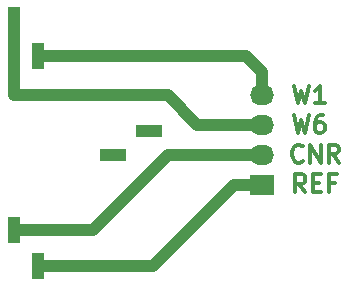
<source format=gbr>
G04 #@! TF.FileFunction,Copper,L1,Top,Signal*
%FSLAX46Y46*%
G04 Gerber Fmt 4.6, Leading zero omitted, Abs format (unit mm)*
G04 Created by KiCad (PCBNEW 4.0.3+e1-6302~38~ubuntu16.04.1-stable) date Mon Aug 29 15:51:53 2016*
%MOMM*%
%LPD*%
G01*
G04 APERTURE LIST*
%ADD10C,0.100000*%
%ADD11C,0.300000*%
%ADD12R,2.032000X1.727200*%
%ADD13O,2.032000X1.727200*%
%ADD14R,1.020000X2.290000*%
%ADD15R,2.290000X1.020000*%
%ADD16C,1.000000*%
G04 APERTURE END LIST*
D10*
D11*
X171642858Y-111178571D02*
X171142858Y-110464286D01*
X170785715Y-111178571D02*
X170785715Y-109678571D01*
X171357143Y-109678571D01*
X171500001Y-109750000D01*
X171571429Y-109821429D01*
X171642858Y-109964286D01*
X171642858Y-110178571D01*
X171571429Y-110321429D01*
X171500001Y-110392857D01*
X171357143Y-110464286D01*
X170785715Y-110464286D01*
X172285715Y-110392857D02*
X172785715Y-110392857D01*
X173000001Y-111178571D02*
X172285715Y-111178571D01*
X172285715Y-109678571D01*
X173000001Y-109678571D01*
X174142858Y-110392857D02*
X173642858Y-110392857D01*
X173642858Y-111178571D02*
X173642858Y-109678571D01*
X174357144Y-109678571D01*
X170642858Y-104678571D02*
X171000001Y-106178571D01*
X171285715Y-105107143D01*
X171571429Y-106178571D01*
X171928572Y-104678571D01*
X173142858Y-104678571D02*
X172857144Y-104678571D01*
X172714287Y-104750000D01*
X172642858Y-104821429D01*
X172500001Y-105035714D01*
X172428572Y-105321429D01*
X172428572Y-105892857D01*
X172500001Y-106035714D01*
X172571429Y-106107143D01*
X172714287Y-106178571D01*
X173000001Y-106178571D01*
X173142858Y-106107143D01*
X173214287Y-106035714D01*
X173285715Y-105892857D01*
X173285715Y-105535714D01*
X173214287Y-105392857D01*
X173142858Y-105321429D01*
X173000001Y-105250000D01*
X172714287Y-105250000D01*
X172571429Y-105321429D01*
X172500001Y-105392857D01*
X172428572Y-105535714D01*
X171428572Y-108535714D02*
X171357143Y-108607143D01*
X171142857Y-108678571D01*
X171000000Y-108678571D01*
X170785715Y-108607143D01*
X170642857Y-108464286D01*
X170571429Y-108321429D01*
X170500000Y-108035714D01*
X170500000Y-107821429D01*
X170571429Y-107535714D01*
X170642857Y-107392857D01*
X170785715Y-107250000D01*
X171000000Y-107178571D01*
X171142857Y-107178571D01*
X171357143Y-107250000D01*
X171428572Y-107321429D01*
X172071429Y-108678571D02*
X172071429Y-107178571D01*
X172928572Y-108678571D01*
X172928572Y-107178571D01*
X174500001Y-108678571D02*
X174000001Y-107964286D01*
X173642858Y-108678571D02*
X173642858Y-107178571D01*
X174214286Y-107178571D01*
X174357144Y-107250000D01*
X174428572Y-107321429D01*
X174500001Y-107464286D01*
X174500001Y-107678571D01*
X174428572Y-107821429D01*
X174357144Y-107892857D01*
X174214286Y-107964286D01*
X173642858Y-107964286D01*
X170642858Y-102178571D02*
X171000001Y-103678571D01*
X171285715Y-102607143D01*
X171571429Y-103678571D01*
X171928572Y-102178571D01*
X173285715Y-103678571D02*
X172428572Y-103678571D01*
X172857144Y-103678571D02*
X172857144Y-102178571D01*
X172714287Y-102392857D01*
X172571429Y-102535714D01*
X172428572Y-102607143D01*
D12*
X168000000Y-110540000D03*
D13*
X168000000Y-108000000D03*
X168000000Y-105460000D03*
X168000000Y-102920000D03*
D14*
X149000000Y-99630000D03*
X147000000Y-96590000D03*
X147000000Y-114370000D03*
X149000000Y-117410000D03*
D15*
X158410000Y-106000000D03*
X155370000Y-108000000D03*
D16*
X166573600Y-99630000D02*
X149000000Y-99630000D01*
X166573600Y-99630000D02*
X168000000Y-101056400D01*
X168000000Y-101056400D02*
X168000000Y-102920000D01*
X165630000Y-110540000D02*
X168000000Y-110540000D01*
X158760000Y-117410000D02*
X165630000Y-110540000D01*
X158760000Y-117410000D02*
X149000000Y-117410000D01*
X149000000Y-114370000D02*
X147000000Y-114370000D01*
X168000000Y-108000000D02*
X160000000Y-108000000D01*
X160000000Y-108000000D02*
X153630000Y-114370000D01*
X153630000Y-114370000D02*
X149000000Y-114370000D01*
X168000000Y-105460000D02*
X162460000Y-105460000D01*
X147000000Y-103000000D02*
X147000000Y-96590000D01*
X162460000Y-105460000D02*
X160000000Y-103000000D01*
X160000000Y-103000000D02*
X147000000Y-103000000D01*
M02*

</source>
